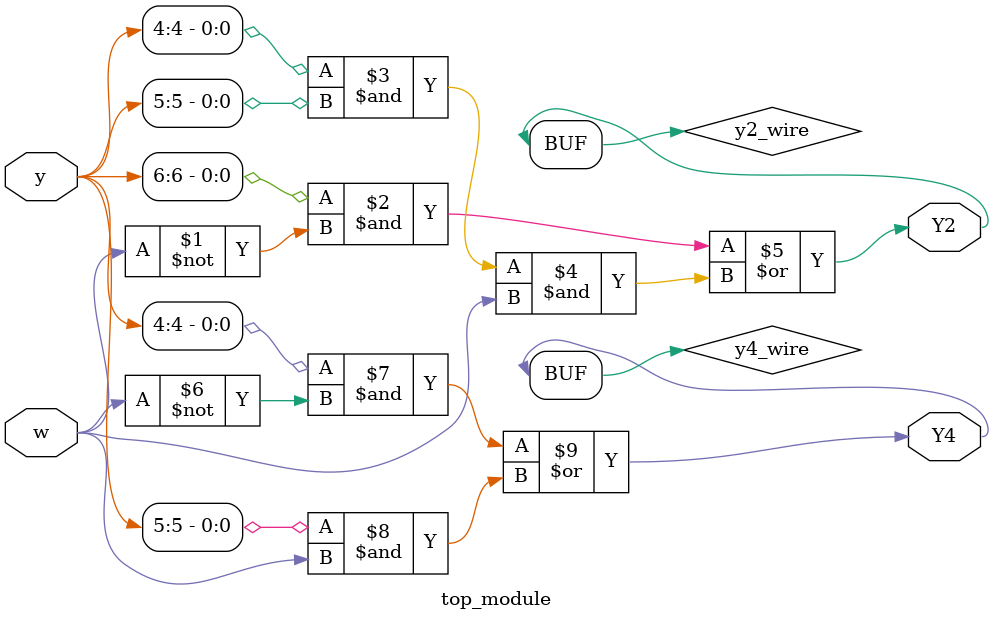
<source format=sv>
module top_module (
    input [6:1] y,
    input w,
    output wire Y2,
    output wire Y4
);

    // Declare intermediate signals
    wire y2_wire;
    wire y4_wire;
    
    assign Y2 = y2_wire;
    assign Y4 = y4_wire;
    
    // Logic equations for Y2 and Y4
    assign y2_wire = (y[6] & ~w) | (y[4] & y[5] & w);
    assign y4_wire = (y[4] & ~w) | (y[5] & w);
    
endmodule

</source>
